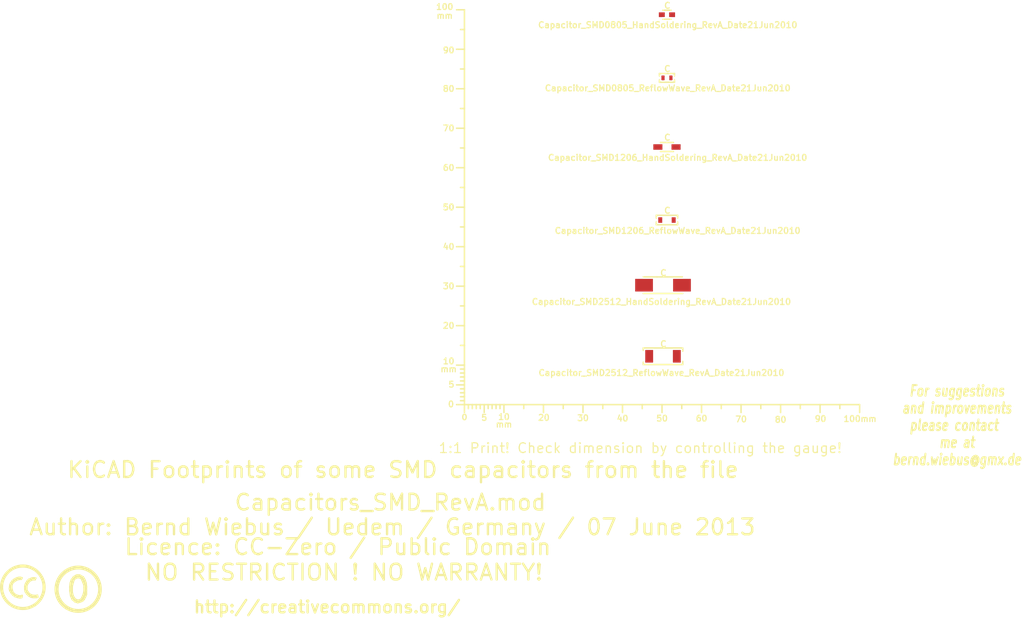
<source format=kicad_pcb>
(kicad_pcb (version 3) (host pcbnew "(2013-03-30 BZR 4007)-stable")

  (general
    (links 0)
    (no_connects 0)
    (area -16.90696 40.805099 274.02378 197.1694)
    (thickness 1.6002)
    (drawings 7)
    (tracks 0)
    (zones 0)
    (modules 9)
    (nets 1)
  )

  (page A4)
  (layers
    (15 Vorderseite signal)
    (0 Rückseite signal)
    (16 B.Adhes user)
    (17 F.Adhes user)
    (18 B.Paste user)
    (19 F.Paste user)
    (20 B.SilkS user)
    (21 F.SilkS user)
    (22 B.Mask user)
    (23 F.Mask user)
    (24 Dwgs.User user)
    (25 Cmts.User user)
    (26 Eco1.User user)
    (27 Eco2.User user)
    (28 Edge.Cuts user)
  )

  (setup
    (last_trace_width 0.2032)
    (trace_clearance 0.254)
    (zone_clearance 0.508)
    (zone_45_only no)
    (trace_min 0.2032)
    (segment_width 0.381)
    (edge_width 0.381)
    (via_size 0.889)
    (via_drill 0.635)
    (via_min_size 0.889)
    (via_min_drill 0.508)
    (uvia_size 0.508)
    (uvia_drill 0.127)
    (uvias_allowed no)
    (uvia_min_size 0.508)
    (uvia_min_drill 0.127)
    (pcb_text_width 0.3048)
    (pcb_text_size 1.524 2.032)
    (mod_edge_width 0.381)
    (mod_text_size 1.524 1.524)
    (mod_text_width 0.3048)
    (pad_size 1.524 1.524)
    (pad_drill 0.8128)
    (pad_to_mask_clearance 0.254)
    (aux_axis_origin 0 0)
    (visible_elements 7FFFFFFF)
    (pcbplotparams
      (layerselection 3178497)
      (usegerberextensions true)
      (excludeedgelayer true)
      (linewidth 60)
      (plotframeref false)
      (viasonmask false)
      (mode 1)
      (useauxorigin false)
      (hpglpennumber 1)
      (hpglpenspeed 20)
      (hpglpendiameter 15)
      (hpglpenoverlay 0)
      (psnegative false)
      (psa4output false)
      (plotreference true)
      (plotvalue true)
      (plotothertext true)
      (plotinvisibletext false)
      (padsonsilk false)
      (subtractmaskfromsilk false)
      (outputformat 1)
      (mirror false)
      (drillshape 1)
      (scaleselection 1)
      (outputdirectory ""))
  )

  (net 0 "")

  (net_class Default "Dies ist die voreingestellte Netzklasse."
    (clearance 0.254)
    (trace_width 0.2032)
    (via_dia 0.889)
    (via_drill 0.635)
    (uvia_dia 0.508)
    (uvia_drill 0.127)
    (add_net "")
  )

  (module Gauge_100mm_Type2_SilkScreenTop_RevA_Date22Jun2010 (layer Vorderseite) (tedit 4D963937) (tstamp 4D88F07A)
    (at 132.75056 141.2494)
    (descr "Gauge, Massstab, 100mm, SilkScreenTop, Type 2,")
    (tags "Gauge, Massstab, 100mm, SilkScreenTop, Type 2,")
    (path Gauge_100mm_Type2_SilkScreenTop_RevA_Date22Jun2010)
    (fp_text reference MSC (at 4.0005 8.99922) (layer F.SilkS) hide
      (effects (font (size 1.524 1.524) (thickness 0.3048)))
    )
    (fp_text value Gauge_100mm_Type2_SilkScreenTop_RevA_Date22Jun2010 (at 45.9994 8.99922) (layer F.SilkS) hide
      (effects (font (size 1.524 1.524) (thickness 0.3048)))
    )
    (fp_text user mm (at 9.99998 5.00126) (layer F.SilkS)
      (effects (font (size 1.524 1.524) (thickness 0.3048)))
    )
    (fp_text user mm (at -4.0005 -8.99922) (layer F.SilkS)
      (effects (font (size 1.524 1.524) (thickness 0.3048)))
    )
    (fp_text user mm (at -5.00126 -98.5012) (layer F.SilkS)
      (effects (font (size 1.524 1.524) (thickness 0.3048)))
    )
    (fp_text user 10 (at 10.00506 3.0988) (layer F.SilkS)
      (effects (font (size 1.50114 1.50114) (thickness 0.29972)))
    )
    (fp_text user 0 (at 0.00508 3.19786) (layer F.SilkS)
      (effects (font (size 1.39954 1.50114) (thickness 0.29972)))
    )
    (fp_text user 5 (at 5.0038 3.29946) (layer F.SilkS)
      (effects (font (size 1.50114 1.50114) (thickness 0.29972)))
    )
    (fp_text user 20 (at 20.1041 3.29946) (layer F.SilkS)
      (effects (font (size 1.50114 1.50114) (thickness 0.29972)))
    )
    (fp_text user 30 (at 30.00502 3.39852) (layer F.SilkS)
      (effects (font (size 1.50114 1.50114) (thickness 0.29972)))
    )
    (fp_text user 40 (at 40.005 3.50012) (layer F.SilkS)
      (effects (font (size 1.50114 1.50114) (thickness 0.29972)))
    )
    (fp_text user 50 (at 50.00498 3.50012) (layer F.SilkS)
      (effects (font (size 1.50114 1.50114) (thickness 0.29972)))
    )
    (fp_text user 60 (at 60.00496 3.50012) (layer F.SilkS)
      (effects (font (size 1.50114 1.50114) (thickness 0.29972)))
    )
    (fp_text user 70 (at 70.00494 3.70078) (layer F.SilkS)
      (effects (font (size 1.50114 1.50114) (thickness 0.29972)))
    )
    (fp_text user 80 (at 80.00492 3.79984) (layer F.SilkS)
      (effects (font (size 1.50114 1.50114) (thickness 0.29972)))
    )
    (fp_text user 90 (at 90.1065 3.60172) (layer F.SilkS)
      (effects (font (size 1.50114 1.50114) (thickness 0.29972)))
    )
    (fp_text user 100mm (at 100.10648 3.60172) (layer F.SilkS)
      (effects (font (size 1.50114 1.50114) (thickness 0.29972)))
    )
    (fp_line (start 0 -8.99922) (end -1.00076 -8.99922) (layer F.SilkS) (width 0.381))
    (fp_line (start 0 -8.001) (end -1.00076 -8.001) (layer F.SilkS) (width 0.381))
    (fp_line (start 0 -7.00024) (end -1.00076 -7.00024) (layer F.SilkS) (width 0.381))
    (fp_line (start 0 -5.99948) (end -1.00076 -5.99948) (layer F.SilkS) (width 0.381))
    (fp_line (start 0 -4.0005) (end -1.00076 -4.0005) (layer F.SilkS) (width 0.381))
    (fp_line (start 0 -2.99974) (end -1.00076 -2.99974) (layer F.SilkS) (width 0.381))
    (fp_line (start 0 -1.99898) (end -1.00076 -1.99898) (layer F.SilkS) (width 0.381))
    (fp_line (start 0 -1.00076) (end -1.00076 -1.00076) (layer F.SilkS) (width 0.381))
    (fp_line (start 0 0) (end -1.99898 0) (layer F.SilkS) (width 0.381))
    (fp_line (start 0 -5.00126) (end -1.99898 -5.00126) (layer F.SilkS) (width 0.381))
    (fp_line (start 0 -9.99998) (end -1.99898 -9.99998) (layer F.SilkS) (width 0.381))
    (fp_line (start 0 -15.00124) (end -1.00076 -15.00124) (layer F.SilkS) (width 0.381))
    (fp_line (start 0 -19.99996) (end -1.99898 -19.99996) (layer F.SilkS) (width 0.381))
    (fp_line (start 0 -25.00122) (end -1.00076 -25.00122) (layer F.SilkS) (width 0.381))
    (fp_line (start 0 -29.99994) (end -1.99898 -29.99994) (layer F.SilkS) (width 0.381))
    (fp_line (start 0 -35.0012) (end -1.00076 -35.0012) (layer F.SilkS) (width 0.381))
    (fp_line (start 0 -39.99992) (end -1.99898 -39.99992) (layer F.SilkS) (width 0.381))
    (fp_line (start 0 -45.00118) (end -1.00076 -45.00118) (layer F.SilkS) (width 0.381))
    (fp_line (start 0 -49.9999) (end -1.99898 -49.9999) (layer F.SilkS) (width 0.381))
    (fp_line (start 0 -55.00116) (end -1.00076 -55.00116) (layer F.SilkS) (width 0.381))
    (fp_line (start 0 -59.99988) (end -1.99898 -59.99988) (layer F.SilkS) (width 0.381))
    (fp_line (start 0 -65.00114) (end -1.00076 -65.00114) (layer F.SilkS) (width 0.381))
    (fp_line (start 0 -69.99986) (end -1.99898 -69.99986) (layer F.SilkS) (width 0.381))
    (fp_line (start 0 -75.00112) (end -1.00076 -75.00112) (layer F.SilkS) (width 0.381))
    (fp_line (start 0 -79.99984) (end -1.99898 -79.99984) (layer F.SilkS) (width 0.381))
    (fp_line (start 0 -85.0011) (end -1.00076 -85.0011) (layer F.SilkS) (width 0.381))
    (fp_line (start 0 -89.99982) (end -1.99898 -89.99982) (layer F.SilkS) (width 0.381))
    (fp_line (start 0 -95.00108) (end -1.00076 -95.00108) (layer F.SilkS) (width 0.381))
    (fp_line (start 0 0) (end 0 -99.9998) (layer F.SilkS) (width 0.381))
    (fp_line (start 0 -99.9998) (end -1.99898 -99.9998) (layer F.SilkS) (width 0.381))
    (fp_text user 100 (at -4.99872 -100.7491) (layer F.SilkS)
      (effects (font (size 1.50114 1.50114) (thickness 0.29972)))
    )
    (fp_text user 90 (at -4.0005 -89.7509) (layer F.SilkS)
      (effects (font (size 1.50114 1.50114) (thickness 0.29972)))
    )
    (fp_text user 80 (at -4.0005 -79.99984) (layer F.SilkS)
      (effects (font (size 1.50114 1.50114) (thickness 0.29972)))
    )
    (fp_text user 70 (at -4.0005 -69.99986) (layer F.SilkS)
      (effects (font (size 1.50114 1.50114) (thickness 0.29972)))
    )
    (fp_text user 60 (at -4.0005 -59.99988) (layer F.SilkS)
      (effects (font (size 1.50114 1.50114) (thickness 0.29972)))
    )
    (fp_text user 50 (at -4.0005 -49.9999) (layer F.SilkS)
      (effects (font (size 1.50114 1.50114) (thickness 0.34036)))
    )
    (fp_text user 40 (at -4.0005 -39.99992) (layer F.SilkS)
      (effects (font (size 1.50114 1.50114) (thickness 0.29972)))
    )
    (fp_text user 30 (at -4.0005 -29.99994) (layer F.SilkS)
      (effects (font (size 1.50114 1.50114) (thickness 0.29972)))
    )
    (fp_text user 20 (at -4.0005 -19.99996) (layer F.SilkS)
      (effects (font (size 1.50114 1.50114) (thickness 0.29972)))
    )
    (fp_line (start 95.00108 0) (end 95.00108 1.00076) (layer F.SilkS) (width 0.381))
    (fp_line (start 89.99982 0) (end 89.99982 1.99898) (layer F.SilkS) (width 0.381))
    (fp_line (start 85.0011 0) (end 85.0011 1.00076) (layer F.SilkS) (width 0.381))
    (fp_line (start 79.99984 0) (end 79.99984 1.99898) (layer F.SilkS) (width 0.381))
    (fp_line (start 75.00112 0) (end 75.00112 1.00076) (layer F.SilkS) (width 0.381))
    (fp_line (start 69.99986 0) (end 69.99986 1.99898) (layer F.SilkS) (width 0.381))
    (fp_line (start 65.00114 0) (end 65.00114 1.00076) (layer F.SilkS) (width 0.381))
    (fp_line (start 59.99988 0) (end 59.99988 1.99898) (layer F.SilkS) (width 0.381))
    (fp_line (start 55.00116 0) (end 55.00116 1.00076) (layer F.SilkS) (width 0.381))
    (fp_line (start 49.9999 0) (end 49.9999 1.99898) (layer F.SilkS) (width 0.381))
    (fp_line (start 45.00118 0) (end 45.00118 1.00076) (layer F.SilkS) (width 0.381))
    (fp_line (start 39.99992 0) (end 39.99992 1.99898) (layer F.SilkS) (width 0.381))
    (fp_line (start 35.0012 0) (end 35.0012 1.00076) (layer F.SilkS) (width 0.381))
    (fp_line (start 29.99994 0) (end 29.99994 1.99898) (layer F.SilkS) (width 0.381))
    (fp_line (start 25.00122 0) (end 25.00122 1.00076) (layer F.SilkS) (width 0.381))
    (fp_line (start 19.99996 0) (end 19.99996 1.99898) (layer F.SilkS) (width 0.381))
    (fp_line (start 15.00124 0) (end 15.00124 1.00076) (layer F.SilkS) (width 0.381))
    (fp_line (start 9.99998 0) (end 99.9998 0) (layer F.SilkS) (width 0.381))
    (fp_line (start 99.9998 0) (end 99.9998 1.99898) (layer F.SilkS) (width 0.381))
    (fp_text user 5 (at -3.302 -5.10286) (layer F.SilkS)
      (effects (font (size 1.50114 1.50114) (thickness 0.29972)))
    )
    (fp_text user 0 (at -3.4036 -0.10414) (layer F.SilkS)
      (effects (font (size 1.50114 1.50114) (thickness 0.29972)))
    )
    (fp_text user 10 (at -4.0005 -11.00074) (layer F.SilkS)
      (effects (font (size 1.50114 1.50114) (thickness 0.29972)))
    )
    (fp_line (start 8.99922 0) (end 8.99922 1.00076) (layer F.SilkS) (width 0.381))
    (fp_line (start 8.001 0) (end 8.001 1.00076) (layer F.SilkS) (width 0.381))
    (fp_line (start 7.00024 0) (end 7.00024 1.00076) (layer F.SilkS) (width 0.381))
    (fp_line (start 5.99948 0) (end 5.99948 1.00076) (layer F.SilkS) (width 0.381))
    (fp_line (start 4.0005 0) (end 4.0005 1.00076) (layer F.SilkS) (width 0.381))
    (fp_line (start 2.99974 0) (end 2.99974 1.00076) (layer F.SilkS) (width 0.381))
    (fp_line (start 1.99898 0) (end 1.99898 1.00076) (layer F.SilkS) (width 0.381))
    (fp_line (start 1.00076 0) (end 1.00076 1.00076) (layer F.SilkS) (width 0.381))
    (fp_line (start 5.00126 0) (end 5.00126 1.99898) (layer F.SilkS) (width 0.381))
    (fp_line (start 0 0) (end 0 1.99898) (layer F.SilkS) (width 0.381))
    (fp_line (start 0 0) (end 9.99998 0) (layer F.SilkS) (width 0.381))
    (fp_line (start 9.99998 0) (end 9.99998 1.99898) (layer F.SilkS) (width 0.381))
  )

  (module Symbol_CC-PublicDomain_SilkScreenTop_Big (layer Vorderseite) (tedit 515D641F) (tstamp 515F0B64)
    (at 35 188)
    (descr "Symbol, CC-PublicDomain, SilkScreen Top, Big,")
    (tags "Symbol, CC-PublicDomain, SilkScreen Top, Big,")
    (path Symbol_CC-Noncommercial_CopperTop_Big)
    (fp_text reference Sym (at 0.59944 -7.29996) (layer F.SilkS) hide
      (effects (font (size 1.524 1.524) (thickness 0.3048)))
    )
    (fp_text value Symbol_CC-PublicDomain_SilkScreenTop_Big (at 0.59944 8.001) (layer F.SilkS) hide
      (effects (font (size 1.524 1.524) (thickness 0.3048)))
    )
    (fp_circle (center 0 0) (end 5.8 -0.05) (layer F.SilkS) (width 0.381))
    (fp_circle (center 0 0) (end 5.5 0) (layer F.SilkS) (width 0.381))
    (fp_circle (center 0.05 0) (end 5.25 0) (layer F.SilkS) (width 0.381))
    (fp_line (start 1.1 -2.5) (end 1.4 -1.9) (layer F.SilkS) (width 0.381))
    (fp_line (start -1.8 1.2) (end -1.6 1.9) (layer F.SilkS) (width 0.381))
    (fp_line (start -1.6 1.9) (end -1.2 2.5) (layer F.SilkS) (width 0.381))
    (fp_line (start 0 -3) (end 0.75 -2.75) (layer F.SilkS) (width 0.381))
    (fp_line (start 0.75 -2.75) (end 1 -2.25) (layer F.SilkS) (width 0.381))
    (fp_line (start 1 -2.25) (end 1.5 -1) (layer F.SilkS) (width 0.381))
    (fp_line (start 1.5 -1) (end 1.5 -0.5) (layer F.SilkS) (width 0.381))
    (fp_line (start 1.5 -0.5) (end 1.5 0.5) (layer F.SilkS) (width 0.381))
    (fp_line (start 1.5 0.5) (end 1.25 1.5) (layer F.SilkS) (width 0.381))
    (fp_line (start 1.25 1.5) (end 0.75 2.5) (layer F.SilkS) (width 0.381))
    (fp_line (start 0.75 2.5) (end 0.25 2.75) (layer F.SilkS) (width 0.381))
    (fp_line (start 0.25 2.75) (end -0.25 2.75) (layer F.SilkS) (width 0.381))
    (fp_line (start -0.25 2.75) (end -0.75 2.5) (layer F.SilkS) (width 0.381))
    (fp_line (start -0.75 2.5) (end -1.25 1.75) (layer F.SilkS) (width 0.381))
    (fp_line (start -1.25 1.75) (end -1.5 0.75) (layer F.SilkS) (width 0.381))
    (fp_line (start -1.5 0.75) (end -1.5 -0.75) (layer F.SilkS) (width 0.381))
    (fp_line (start -1.5 -0.75) (end -1.25 -1.75) (layer F.SilkS) (width 0.381))
    (fp_line (start -1.25 -1.75) (end -1 -2.5) (layer F.SilkS) (width 0.381))
    (fp_line (start -1 -2.5) (end -0.3 -2.9) (layer F.SilkS) (width 0.381))
    (fp_line (start -0.3 -2.9) (end 0.2 -3) (layer F.SilkS) (width 0.381))
    (fp_line (start 0.2 -3) (end 0.8 -3) (layer F.SilkS) (width 0.381))
    (fp_line (start 0.8 -3) (end 1.4 -2.3) (layer F.SilkS) (width 0.381))
    (fp_line (start 1.4 -2.3) (end 1.6 -1.4) (layer F.SilkS) (width 0.381))
    (fp_line (start 1.6 -1.4) (end 1.7 -0.3) (layer F.SilkS) (width 0.381))
    (fp_line (start 1.7 -0.3) (end 1.7 0.9) (layer F.SilkS) (width 0.381))
    (fp_line (start 1.7 0.9) (end 1.4 1.8) (layer F.SilkS) (width 0.381))
    (fp_line (start 1.4 1.8) (end 1 2.7) (layer F.SilkS) (width 0.381))
    (fp_line (start 1 2.7) (end 0.5 3) (layer F.SilkS) (width 0.381))
    (fp_line (start 0.5 3) (end -0.4 3) (layer F.SilkS) (width 0.381))
    (fp_line (start -0.4 3) (end -1.3 2.3) (layer F.SilkS) (width 0.381))
    (fp_line (start -1.3 2.3) (end -1.7 1) (layer F.SilkS) (width 0.381))
    (fp_line (start -1.7 1) (end -1.8 -0.7) (layer F.SilkS) (width 0.381))
    (fp_line (start -1.8 -0.7) (end -1.4 -2.2) (layer F.SilkS) (width 0.381))
    (fp_line (start -1.4 -2.2) (end -1 -2.9) (layer F.SilkS) (width 0.381))
    (fp_line (start -1 -2.9) (end -0.2 -3.3) (layer F.SilkS) (width 0.381))
    (fp_line (start -0.2 -3.3) (end 0.7 -3.2) (layer F.SilkS) (width 0.381))
    (fp_line (start 0.7 -3.2) (end 1.3 -3.1) (layer F.SilkS) (width 0.381))
    (fp_line (start 1.3 -3.1) (end 1.7 -2.4) (layer F.SilkS) (width 0.381))
    (fp_line (start 1.7 -2.4) (end 2 -1.6) (layer F.SilkS) (width 0.381))
    (fp_line (start 2 -1.6) (end 2.1 -0.6) (layer F.SilkS) (width 0.381))
    (fp_line (start 2.1 -0.6) (end 2.1 0.3) (layer F.SilkS) (width 0.381))
    (fp_line (start 2.1 0.3) (end 2.1 1.3) (layer F.SilkS) (width 0.381))
    (fp_line (start 2.1 1.3) (end 1.9 1.8) (layer F.SilkS) (width 0.381))
    (fp_line (start 1.9 1.8) (end 1.5 2.6) (layer F.SilkS) (width 0.381))
    (fp_line (start 1.5 2.6) (end 1.1 3) (layer F.SilkS) (width 0.381))
    (fp_line (start 1.1 3) (end 0.4 3.3) (layer F.SilkS) (width 0.381))
    (fp_line (start 0.4 3.3) (end -0.1 3.4) (layer F.SilkS) (width 0.381))
    (fp_line (start -0.1 3.4) (end -0.8 3.2) (layer F.SilkS) (width 0.381))
    (fp_line (start -0.8 3.2) (end -1.5 2.6) (layer F.SilkS) (width 0.381))
    (fp_line (start -1.5 2.6) (end -1.9 1.7) (layer F.SilkS) (width 0.381))
    (fp_line (start -1.9 1.7) (end -2.1 0.4) (layer F.SilkS) (width 0.381))
    (fp_line (start -2.1 0.4) (end -2.1 -0.6) (layer F.SilkS) (width 0.381))
    (fp_line (start -2.1 -0.6) (end -2 -1.6) (layer F.SilkS) (width 0.381))
    (fp_line (start -2 -1.6) (end -1.7 -2.4) (layer F.SilkS) (width 0.381))
    (fp_line (start -1.7 -2.4) (end -1.2 -3.1) (layer F.SilkS) (width 0.381))
    (fp_line (start -1.2 -3.1) (end -0.4 -3.6) (layer F.SilkS) (width 0.381))
    (fp_line (start -0.4 -3.6) (end 0.4 -3.6) (layer F.SilkS) (width 0.381))
    (fp_line (start 0.4 -3.6) (end 1.1 -3.2) (layer F.SilkS) (width 0.381))
    (fp_line (start 1.1 -3.2) (end 1.1 -2.9) (layer F.SilkS) (width 0.381))
    (fp_line (start 1.1 -2.9) (end 1.8 -1.5) (layer F.SilkS) (width 0.381))
    (fp_line (start 1.8 -1.5) (end 1.8 -0.4) (layer F.SilkS) (width 0.381))
    (fp_line (start 1.8 -0.4) (end 1.8 1.1) (layer F.SilkS) (width 0.381))
    (fp_line (start 1.8 1.1) (end 1.2 2.6) (layer F.SilkS) (width 0.381))
    (fp_line (start 1.2 2.6) (end 0.2 3.2) (layer F.SilkS) (width 0.381))
    (fp_line (start 0.2 3.2) (end -0.5 3.2) (layer F.SilkS) (width 0.381))
    (fp_line (start -0.5 3.2) (end -1.1 2.7) (layer F.SilkS) (width 0.381))
    (fp_line (start -1.1 2.7) (end -1.9 0.6) (layer F.SilkS) (width 0.381))
    (fp_line (start -1.9 0.6) (end -1.7 -1.9) (layer F.SilkS) (width 0.381))
  )

  (module Symbol_CreativeCommons_SilkScreenTop_Type2_Big (layer Vorderseite) (tedit 515D640C) (tstamp 515F46B2)
    (at 21 187.5)
    (descr "Symbol, Creative Commons, SilkScreen Top, Type 2, Big,")
    (tags "Symbol, Creative Commons, SilkScreen Top, Type 2, Big,")
    (path Symbol_CreativeCommons_CopperTop_Type2_Big)
    (fp_text reference Sym (at 0.59944 -7.29996) (layer F.SilkS) hide
      (effects (font (size 1.524 1.524) (thickness 0.3048)))
    )
    (fp_text value Symbol_CreativeCommons_Typ2_SilkScreenTop_Big (at 0.59944 8.001) (layer F.SilkS) hide
      (effects (font (size 1.524 1.524) (thickness 0.3048)))
    )
    (fp_line (start -0.70104 2.70002) (end -0.29972 2.60096) (layer F.SilkS) (width 0.381))
    (fp_line (start -0.29972 2.60096) (end -0.20066 2.10058) (layer F.SilkS) (width 0.381))
    (fp_line (start -2.49936 -1.69926) (end -2.70002 -1.6002) (layer F.SilkS) (width 0.381))
    (fp_line (start -2.70002 -1.6002) (end -3.0988 -1.00076) (layer F.SilkS) (width 0.381))
    (fp_line (start -3.0988 -1.00076) (end -3.29946 -0.50038) (layer F.SilkS) (width 0.381))
    (fp_line (start -3.29946 -0.50038) (end -3.40106 0.39878) (layer F.SilkS) (width 0.381))
    (fp_line (start -3.40106 0.39878) (end -3.29946 0.89916) (layer F.SilkS) (width 0.381))
    (fp_line (start -0.19812 2.4003) (end -0.29718 2.59842) (layer F.SilkS) (width 0.381))
    (fp_line (start 3.70078 2.10058) (end 3.79984 2.4003) (layer F.SilkS) (width 0.381))
    (fp_line (start 2.99974 -2.4003) (end 3.29946 -2.30124) (layer F.SilkS) (width 0.381))
    (fp_line (start 3.29946 -2.30124) (end 3.0988 -1.99898) (layer F.SilkS) (width 0.381))
    (fp_line (start 0 -5.40004) (end -0.50038 -5.40004) (layer F.SilkS) (width 0.381))
    (fp_line (start -0.50038 -5.40004) (end -1.30048 -5.10032) (layer F.SilkS) (width 0.381))
    (fp_line (start -1.30048 -5.10032) (end -1.99898 -4.89966) (layer F.SilkS) (width 0.381))
    (fp_line (start -1.99898 -4.89966) (end -2.70002 -4.699) (layer F.SilkS) (width 0.381))
    (fp_line (start -2.70002 -4.699) (end -3.29946 -4.20116) (layer F.SilkS) (width 0.381))
    (fp_line (start -3.29946 -4.20116) (end -4.0005 -3.59918) (layer F.SilkS) (width 0.381))
    (fp_line (start -4.0005 -3.59918) (end -4.50088 -2.99974) (layer F.SilkS) (width 0.381))
    (fp_line (start -4.50088 -2.99974) (end -5.00126 -2.10058) (layer F.SilkS) (width 0.381))
    (fp_line (start -5.00126 -2.10058) (end -5.30098 -1.09982) (layer F.SilkS) (width 0.381))
    (fp_line (start -5.30098 -1.09982) (end -5.40004 0.09906) (layer F.SilkS) (width 0.381))
    (fp_line (start -5.40004 0.09906) (end -5.19938 1.30048) (layer F.SilkS) (width 0.381))
    (fp_line (start -5.19938 1.30048) (end -4.8006 2.4003) (layer F.SilkS) (width 0.381))
    (fp_line (start -4.8006 2.4003) (end -3.79984 3.8989) (layer F.SilkS) (width 0.381))
    (fp_line (start -3.79984 3.8989) (end -2.60096 4.8006) (layer F.SilkS) (width 0.381))
    (fp_line (start -2.60096 4.8006) (end -1.30048 5.30098) (layer F.SilkS) (width 0.381))
    (fp_line (start -1.30048 5.30098) (end 0.09906 5.30098) (layer F.SilkS) (width 0.381))
    (fp_line (start 0.09906 5.30098) (end 1.6002 5.19938) (layer F.SilkS) (width 0.381))
    (fp_line (start 1.6002 5.19938) (end 2.60096 4.699) (layer F.SilkS) (width 0.381))
    (fp_line (start 2.60096 4.699) (end 4.20116 3.40106) (layer F.SilkS) (width 0.381))
    (fp_line (start 4.20116 3.40106) (end 5.00126 1.80086) (layer F.SilkS) (width 0.381))
    (fp_line (start 5.00126 1.80086) (end 5.40004 0.29972) (layer F.SilkS) (width 0.381))
    (fp_line (start 5.40004 0.29972) (end 5.19938 -1.39954) (layer F.SilkS) (width 0.381))
    (fp_line (start 5.19938 -1.39954) (end 4.699 -2.49936) (layer F.SilkS) (width 0.381))
    (fp_line (start 4.699 -2.49936) (end 3.40106 -4.09956) (layer F.SilkS) (width 0.381))
    (fp_line (start 3.40106 -4.09956) (end 2.4003 -4.8006) (layer F.SilkS) (width 0.381))
    (fp_line (start 2.4003 -4.8006) (end 1.39954 -5.19938) (layer F.SilkS) (width 0.381))
    (fp_line (start 1.39954 -5.19938) (end 0 -5.30098) (layer F.SilkS) (width 0.381))
    (fp_line (start 0.60198 -0.70104) (end 0.50292 -0.20066) (layer F.SilkS) (width 0.381))
    (fp_line (start 0.50292 -0.20066) (end 0.50292 0.49784) (layer F.SilkS) (width 0.381))
    (fp_line (start 0.50292 0.49784) (end 0.60198 1.09982) (layer F.SilkS) (width 0.381))
    (fp_line (start 0.60198 1.09982) (end 1.00076 1.69926) (layer F.SilkS) (width 0.381))
    (fp_line (start 1.00076 1.69926) (end 1.50114 2.19964) (layer F.SilkS) (width 0.381))
    (fp_line (start 1.50114 2.19964) (end 2.10058 2.49936) (layer F.SilkS) (width 0.381))
    (fp_line (start 2.10058 2.49936) (end 2.60096 2.59842) (layer F.SilkS) (width 0.381))
    (fp_line (start 2.60096 2.59842) (end 3.00228 2.59842) (layer F.SilkS) (width 0.381))
    (fp_line (start 3.00228 2.59842) (end 3.40106 2.59842) (layer F.SilkS) (width 0.381))
    (fp_line (start 3.40106 2.59842) (end 3.80238 2.49936) (layer F.SilkS) (width 0.381))
    (fp_line (start 3.80238 2.49936) (end 3.70078 2.2987) (layer F.SilkS) (width 0.381))
    (fp_line (start 3.70078 2.2987) (end 2.80162 2.4003) (layer F.SilkS) (width 0.381))
    (fp_line (start 2.80162 2.4003) (end 1.80086 2.09804) (layer F.SilkS) (width 0.381))
    (fp_line (start 1.80086 2.09804) (end 1.20142 1.6002) (layer F.SilkS) (width 0.381))
    (fp_line (start 1.20142 1.6002) (end 0.80264 0.6985) (layer F.SilkS) (width 0.381))
    (fp_line (start 0.80264 0.6985) (end 0.70104 -0.29972) (layer F.SilkS) (width 0.381))
    (fp_line (start 0.70104 -0.29972) (end 1.00076 -1.00076) (layer F.SilkS) (width 0.381))
    (fp_line (start 1.00076 -1.00076) (end 1.60274 -1.7018) (layer F.SilkS) (width 0.381))
    (fp_line (start 1.60274 -1.7018) (end 2.30124 -2.10058) (layer F.SilkS) (width 0.381))
    (fp_line (start 2.30124 -2.10058) (end 3.00228 -2.10058) (layer F.SilkS) (width 0.381))
    (fp_line (start 3.00228 -2.10058) (end 3.10134 -1.89992) (layer F.SilkS) (width 0.381))
    (fp_line (start 3.10134 -1.89992) (end 2.5019 -1.89992) (layer F.SilkS) (width 0.381))
    (fp_line (start 2.5019 -1.89992) (end 1.80086 -1.6002) (layer F.SilkS) (width 0.381))
    (fp_line (start 1.80086 -1.6002) (end 1.30048 -1.00076) (layer F.SilkS) (width 0.381))
    (fp_line (start 1.30048 -1.00076) (end 1.00076 -0.40132) (layer F.SilkS) (width 0.381))
    (fp_line (start 1.00076 -0.40132) (end 1.00076 0.09906) (layer F.SilkS) (width 0.381))
    (fp_line (start 1.00076 0.09906) (end 1.00076 0.6985) (layer F.SilkS) (width 0.381))
    (fp_line (start 1.00076 0.6985) (end 1.30048 1.19888) (layer F.SilkS) (width 0.381))
    (fp_line (start 1.30048 1.19888) (end 1.7018 1.69926) (layer F.SilkS) (width 0.381))
    (fp_line (start 1.7018 1.69926) (end 2.30124 1.99898) (layer F.SilkS) (width 0.381))
    (fp_line (start 2.30124 1.99898) (end 2.90068 2.09804) (layer F.SilkS) (width 0.381))
    (fp_line (start 2.90068 2.09804) (end 3.40106 2.09804) (layer F.SilkS) (width 0.381))
    (fp_line (start 3.40106 2.09804) (end 3.70078 1.99898) (layer F.SilkS) (width 0.381))
    (fp_line (start 3.00228 -2.4003) (end 2.40284 -2.4003) (layer F.SilkS) (width 0.381))
    (fp_line (start 2.40284 -2.4003) (end 2.00152 -2.20218) (layer F.SilkS) (width 0.381))
    (fp_line (start 2.00152 -2.20218) (end 1.50114 -2.00152) (layer F.SilkS) (width 0.381))
    (fp_line (start 1.50114 -2.00152) (end 1.10236 -1.6002) (layer F.SilkS) (width 0.381))
    (fp_line (start 1.10236 -1.6002) (end 0.80264 -1.09982) (layer F.SilkS) (width 0.381))
    (fp_line (start 0.80264 -1.09982) (end 0.60198 -0.70104) (layer F.SilkS) (width 0.381))
    (fp_line (start -0.39878 -1.99898) (end -0.89916 -1.99898) (layer F.SilkS) (width 0.381))
    (fp_line (start -0.89916 -1.99898) (end -1.39954 -1.89738) (layer F.SilkS) (width 0.381))
    (fp_line (start -1.39954 -1.89738) (end -1.89992 -1.59766) (layer F.SilkS) (width 0.381))
    (fp_line (start -1.89992 -1.59766) (end -2.4003 -1.19888) (layer F.SilkS) (width 0.381))
    (fp_line (start -2.4003 -1.30048) (end -2.70002 -0.8001) (layer F.SilkS) (width 0.381))
    (fp_line (start -2.70002 -0.8001) (end -2.79908 -0.29972) (layer F.SilkS) (width 0.381))
    (fp_line (start -2.79908 -0.29972) (end -2.79908 0.20066) (layer F.SilkS) (width 0.381))
    (fp_line (start -2.79908 0.20066) (end -2.59842 1.00076) (layer F.SilkS) (width 0.381))
    (fp_line (start -2.69748 1.00076) (end -2.39776 1.39954) (layer F.SilkS) (width 0.381))
    (fp_line (start -2.29616 1.4986) (end -1.79578 1.89992) (layer F.SilkS) (width 0.381))
    (fp_line (start -1.79578 1.89992) (end -1.29794 2.09804) (layer F.SilkS) (width 0.381))
    (fp_line (start -1.29794 2.09804) (end -0.89662 2.19964) (layer F.SilkS) (width 0.381))
    (fp_line (start -0.89662 2.19964) (end -0.49784 2.19964) (layer F.SilkS) (width 0.381))
    (fp_line (start -0.49784 2.19964) (end -0.19812 2.09804) (layer F.SilkS) (width 0.381))
    (fp_line (start -0.19812 2.09804) (end -0.29718 2.4003) (layer F.SilkS) (width 0.381))
    (fp_line (start -0.29718 2.4003) (end -0.89662 2.49936) (layer F.SilkS) (width 0.381))
    (fp_line (start -0.89662 2.49936) (end -1.59766 2.2987) (layer F.SilkS) (width 0.381))
    (fp_line (start -1.59766 2.2987) (end -2.29616 1.79832) (layer F.SilkS) (width 0.381))
    (fp_line (start -2.29616 1.79832) (end -2.79654 1.29794) (layer F.SilkS) (width 0.381))
    (fp_line (start -2.79908 1.39954) (end -2.99974 0.70104) (layer F.SilkS) (width 0.381))
    (fp_line (start -2.99974 0.70104) (end -3.0988 0) (layer F.SilkS) (width 0.381))
    (fp_line (start -3.0988 0) (end -2.99974 -0.59944) (layer F.SilkS) (width 0.381))
    (fp_line (start -2.99974 -0.8001) (end -2.70002 -1.30048) (layer F.SilkS) (width 0.381))
    (fp_line (start -2.70002 -1.09982) (end -2.19964 -1.6002) (layer F.SilkS) (width 0.381))
    (fp_line (start -2.19964 -1.69926) (end -1.69926 -1.99898) (layer F.SilkS) (width 0.381))
    (fp_line (start -1.69926 -1.99898) (end -1.19888 -2.19964) (layer F.SilkS) (width 0.381))
    (fp_line (start -1.19888 -2.19964) (end -0.6985 -2.19964) (layer F.SilkS) (width 0.381))
    (fp_line (start -0.6985 -2.19964) (end -0.29972 -2.19964) (layer F.SilkS) (width 0.381))
    (fp_line (start -0.29972 -2.19964) (end -0.20066 -2.39776) (layer F.SilkS) (width 0.381))
    (fp_line (start -0.20066 -2.39776) (end -0.59944 -2.49936) (layer F.SilkS) (width 0.381))
    (fp_line (start -0.59944 -2.49936) (end -1.00076 -2.49936) (layer F.SilkS) (width 0.381))
    (fp_line (start -1.00076 -2.49936) (end -1.4986 -2.39776) (layer F.SilkS) (width 0.381))
    (fp_line (start -1.4986 -2.39776) (end -2.10058 -2.09804) (layer F.SilkS) (width 0.381))
    (fp_line (start -2.10058 -2.09804) (end -2.59842 -1.69926) (layer F.SilkS) (width 0.381))
    (fp_line (start -2.59842 -1.6002) (end -3.0988 -0.89916) (layer F.SilkS) (width 0.381))
    (fp_line (start -3.0988 -0.89916) (end -3.29946 -0.29972) (layer F.SilkS) (width 0.381))
    (fp_line (start -3.29946 -0.29972) (end -3.29946 0.40132) (layer F.SilkS) (width 0.381))
    (fp_line (start -3.29946 0.40132) (end -3.2004 1.00076) (layer F.SilkS) (width 0.381))
    (fp_line (start -3.29946 0.8001) (end -2.99974 1.39954) (layer F.SilkS) (width 0.381))
    (fp_line (start -2.89814 1.4986) (end -2.49682 1.99898) (layer F.SilkS) (width 0.381))
    (fp_line (start -2.49682 1.99898) (end -1.89738 2.4003) (layer F.SilkS) (width 0.381))
    (fp_line (start -1.89738 2.4003) (end -1.19634 2.59842) (layer F.SilkS) (width 0.381))
    (fp_line (start -1.19634 2.59842) (end -0.69596 2.70002) (layer F.SilkS) (width 0.381))
    (fp_line (start -2.9972 1.19888) (end -2.59842 1.19888) (layer F.SilkS) (width 0.381))
    (fp_circle (center 0 0) (end 5.08 1.016) (layer F.SilkS) (width 0.381))
    (fp_circle (center 0 0) (end 5.588 0) (layer F.SilkS) (width 0.381))
  )

  (module Capacitor_SMD0805_HandSoldering_RevA_Date21Jun2010 (layer Vorderseite) (tedit 4C1FAC9D) (tstamp 51B1AA07)
    (at 184 42.5)
    (descr "Capacitor, SMD, 0805, Hand soldering,")
    (tags "Capacitor, SMD, 0805, Hand soldering,")
    (fp_text reference C (at 0.09906 -2.30124) (layer F.SilkS)
      (effects (font (size 1.524 1.524) (thickness 0.3048)))
    )
    (fp_text value Capacitor_SMD0805_HandSoldering_RevA_Date21Jun2010 (at 0.20066 2.60096) (layer F.SilkS)
      (effects (font (size 1.524 1.524) (thickness 0.3048)))
    )
    (fp_line (start 0 -1.143) (end -1.016 -1.143) (layer F.SilkS) (width 0.381))
    (fp_line (start 0 -1.143) (end 1.016 -1.143) (layer F.SilkS) (width 0.381))
    (fp_line (start 0 1.143) (end -1.016 1.143) (layer F.SilkS) (width 0.381))
    (fp_line (start 0 1.143) (end 1.016 1.143) (layer F.SilkS) (width 0.381))
    (pad 1 smd rect (at -1.30048 0) (size 1.50114 1.19888)
      (layers Vorderseite F.Paste F.Mask)
    )
    (pad 2 smd rect (at 1.30048 0) (size 1.50114 1.19888)
      (layers Vorderseite F.Paste F.Mask)
    )
  )

  (module Capacitor_SMD0805_ReflowWave_RevA_Date21Jun2010 (layer Vorderseite) (tedit 4C1FAA90) (tstamp 51B1AA71)
    (at 184 58.5)
    (descr "Capacitor, SMD, 0805, Reflow, Wave,")
    (tags "Capacitor, SMD, 0805, Reflow, Wave,")
    (fp_text reference C (at 0.09906 -2.30124) (layer F.SilkS)
      (effects (font (size 1.524 1.524) (thickness 0.3048)))
    )
    (fp_text value Capacitor_SMD0805_ReflowWave_RevA_Date21Jun2010 (at 0.20066 2.60096) (layer F.SilkS)
      (effects (font (size 1.524 1.524) (thickness 0.3048)))
    )
    (fp_line (start -1.89992 0.50038) (end -1.89992 1.09982) (layer F.SilkS) (width 0.381))
    (fp_line (start -1.89992 1.09982) (end 1.89992 1.09982) (layer F.SilkS) (width 0.381))
    (fp_line (start 1.89992 1.09982) (end 1.89992 0.50038) (layer F.SilkS) (width 0.381))
    (fp_line (start 1.89992 -0.50038) (end 1.89992 -1.09982) (layer F.SilkS) (width 0.381))
    (fp_line (start 1.89992 -1.09982) (end -1.89992 -1.09982) (layer F.SilkS) (width 0.381))
    (fp_line (start -1.89992 -1.09982) (end -1.89992 -0.50038) (layer F.SilkS) (width 0.381))
    (pad 1 smd rect (at -1.00076 0) (size 0.8001 1.19888)
      (layers Vorderseite F.Paste F.Mask)
    )
    (pad 2 smd rect (at 1.00076 0) (size 0.8001 1.19888)
      (layers Vorderseite F.Paste F.Mask)
    )
  )

  (module Capacitor_SMD1206_HandSoldering_RevA_Date21Jun2010 (layer Vorderseite) (tedit 4C1FAE9D) (tstamp 51B1AAD9)
    (at 184 76)
    (descr "Capacitor, SMD, 1206, HandSoldering,")
    (tags "Capacitor, SMD, 1206, Hand soldering,")
    (fp_text reference C (at 0.09906 -2.4003) (layer F.SilkS)
      (effects (font (size 1.524 1.524) (thickness 0.3048)))
    )
    (fp_text value Capacitor_SMD1206_HandSoldering_RevA_Date21Jun2010 (at 2.70002 2.70002) (layer F.SilkS)
      (effects (font (size 1.524 1.524) (thickness 0.3048)))
    )
    (fp_line (start 1.651 1.143) (end -1.651 1.143) (layer F.SilkS) (width 0.381))
    (fp_line (start 0 -1.143) (end -1.651 -1.143) (layer F.SilkS) (width 0.381))
    (fp_line (start 0 -1.143) (end 1.651 -1.143) (layer F.SilkS) (width 0.381))
    (pad 1 smd rect (at -2.30124 0) (size 2.30124 1.39954)
      (layers Vorderseite F.Paste F.Mask)
    )
    (pad 2 smd rect (at 2.30124 0) (size 2.30124 1.39954)
      (layers Vorderseite F.Paste F.Mask)
    )
  )

  (module Capacitor_SMD1206_ReflowWave_RevA_Date21Jun2010 (layer Vorderseite) (tedit 4C1FAA03) (tstamp 51B1AB41)
    (at 184 94.5)
    (descr "Capacitor, SMD, 1206, Reflow, Wave,")
    (tags "Capacitor, SMD, 1206, Reflow, Wave,")
    (fp_text reference C (at 0.09906 -2.4003) (layer F.SilkS)
      (effects (font (size 1.524 1.524) (thickness 0.3048)))
    )
    (fp_text value Capacitor_SMD1206_ReflowWave_RevA_Date21Jun2010 (at 2.70002 2.70002) (layer F.SilkS)
      (effects (font (size 1.524 1.524) (thickness 0.3048)))
    )
    (fp_line (start -2.70002 0.50038) (end -2.70002 1.19888) (layer F.SilkS) (width 0.381))
    (fp_line (start -2.70002 1.19888) (end 2.70002 1.19888) (layer F.SilkS) (width 0.381))
    (fp_line (start 2.70002 1.19888) (end 2.70002 0.50038) (layer F.SilkS) (width 0.381))
    (fp_line (start 2.70002 -0.50038) (end 2.70002 -1.19888) (layer F.SilkS) (width 0.381))
    (fp_line (start 2.70002 -1.19888) (end -2.70002 -1.19888) (layer F.SilkS) (width 0.381))
    (fp_line (start -2.70002 -1.19888) (end -2.70002 -0.50038) (layer F.SilkS) (width 0.381))
    (pad 1 smd rect (at -1.69926 0) (size 1.00076 1.39954)
      (layers Vorderseite F.Paste F.Mask)
    )
    (pad 2 smd rect (at 1.69926 0) (size 1.00076 1.39954)
      (layers Vorderseite F.Paste F.Mask)
    )
  )

  (module Capacitor_SMD2512_HandSoldering_RevA_Date21Jun2010 (layer Vorderseite) (tedit 4C1FB425) (tstamp 51B1ABAF)
    (at 183 111)
    (descr "Capacitor, SMD, 2512, Hand soldering,")
    (tags "Capacitor, SMD, 2512, Hand soldering,")
    (fp_text reference C (at 0.09906 -3.0988) (layer F.SilkS)
      (effects (font (size 1.524 1.524) (thickness 0.3048)))
    )
    (fp_text value Capacitor_SMD2512_HandSoldering_RevA_Date21Jun2010 (at -0.39878 4.20116) (layer F.SilkS)
      (effects (font (size 1.524 1.524) (thickness 0.3048)))
    )
    (fp_circle (center 0 0) (end 0.8001 0) (layer F.Adhes) (width 0.381))
    (fp_line (start -5.00126 2.10058) (end 5.00126 2.10058) (layer F.SilkS) (width 0.381))
    (fp_line (start 4.89966 -2.10058) (end -1.50114 -2.10058) (layer F.SilkS) (width 0.381))
    (fp_line (start -1.50114 -2.10058) (end -5.00126 -2.10058) (layer F.SilkS) (width 0.381))
    (fp_circle (center 0 0) (end 0.50038 0) (layer F.Adhes) (width 0.381))
    (fp_circle (center 0 0) (end 0.20066 0) (layer F.Adhes) (width 0.381))
    (pad 1 smd rect (at -4.8006 0) (size 4.50088 3.2004)
      (layers Vorderseite F.Paste F.Mask)
    )
    (pad 2 smd rect (at 4.8006 0) (size 4.50088 3.2004)
      (layers Vorderseite F.Paste F.Mask)
    )
  )

  (module Capacitor_SMD2512_ReflowWave_RevA_Date21Jun2010 (layer Vorderseite) (tedit 4C1FA70F) (tstamp 51B1AC25)
    (at 183 129)
    (descr "Capacitor, SMD, 2512, Reflow, Wave,")
    (tags "Capacitor, SMD, 2512, Reflow, Wave,")
    (fp_text reference C (at 0.09906 -3.0988) (layer F.SilkS)
      (effects (font (size 1.524 1.524) (thickness 0.3048)))
    )
    (fp_text value Capacitor_SMD2512_ReflowWave_RevA_Date21Jun2010 (at -0.39878 4.20116) (layer F.SilkS)
      (effects (font (size 1.524 1.524) (thickness 0.3048)))
    )
    (fp_circle (center 0 0) (end 0.8001 0) (layer F.Adhes) (width 0.381))
    (fp_line (start 5.00126 -2.10058) (end 5.00126 -1.30048) (layer F.SilkS) (width 0.381))
    (fp_line (start -5.00126 1.50114) (end -5.00126 2.10058) (layer F.SilkS) (width 0.381))
    (fp_line (start -5.00126 2.10058) (end 5.00126 2.10058) (layer F.SilkS) (width 0.381))
    (fp_line (start 5.00126 2.10058) (end 5.00126 1.30048) (layer F.SilkS) (width 0.381))
    (fp_line (start 4.89966 -2.10058) (end -1.50114 -2.10058) (layer F.SilkS) (width 0.381))
    (fp_line (start -1.50114 -2.10058) (end -5.00126 -2.10058) (layer F.SilkS) (width 0.381))
    (fp_line (start -5.00126 -2.10058) (end -5.00126 -1.50114) (layer F.SilkS) (width 0.381))
    (fp_circle (center 0 0) (end 0.50038 0) (layer F.Adhes) (width 0.381))
    (fp_circle (center 0 0) (end 0.20066 0) (layer F.Adhes) (width 0.381))
    (pad 1 smd rect (at -3.50012 0) (size 1.99898 3.2004)
      (layers Vorderseite F.Paste F.Mask)
    )
    (pad 2 smd rect (at 3.50012 0) (size 1.99898 3.2004)
      (layers Vorderseite F.Paste F.Mask)
    )
  )

  (gr_text http://creativecommons.org/ (at 98 192.5) (layer F.SilkS)
    (effects (font (size 3 3) (thickness 0.6)))
  )
  (gr_text "For suggestions\nand improvements\nplease contact \nme at\nbernd.wiebus@gmx.de" (at 257.41884 146.4691) (layer F.SilkS)
    (effects (font (size 2.70002 1.99898) (thickness 0.50038) italic))
  )
  (gr_text "1:1 Print! Check dimension by controlling the gauge!" (at 177.24882 152.25014) (layer F.SilkS)
    (effects (font (size 2.49936 2.49936) (thickness 0.29972)))
  )
  (gr_text "Licence: CC-Zero / Public Domain \nNO RESTRICTION ! NO WARRANTY!" (at 102.2501 180.50064) (layer F.SilkS)
    (effects (font (size 4.0005 4.0005) (thickness 0.59944)))
  )
  (gr_text "Author: Bernd Wiebus / Uedem / Germany / 07 June 2013" (at 114.50012 172.24958) (layer F.SilkS)
    (effects (font (size 4.0005 4.0005) (thickness 0.59944)))
  )
  (gr_text Capacitors_SMD_RevA.mod (at 114.00028 165.9989) (layer F.SilkS)
    (effects (font (size 4.0005 4.0005) (thickness 0.59944)))
  )
  (gr_text "KiCAD Footprints of some SMD capacitors from the file " (at 118.75008 157.74898) (layer F.SilkS)
    (effects (font (size 4.0005 4.0005) (thickness 0.59944)))
  )

)

</source>
